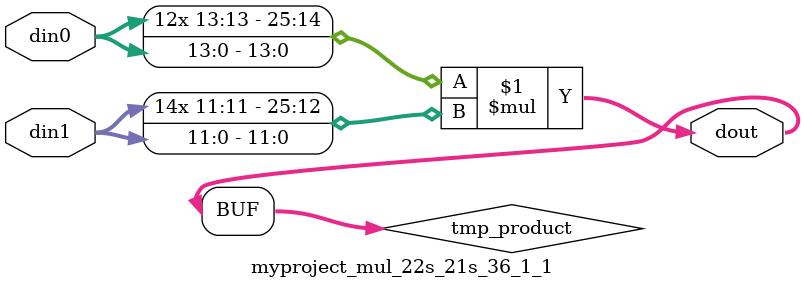
<source format=v>

`timescale 1 ns / 1 ps

  module myproject_mul_22s_21s_36_1_1(din0, din1, dout);
parameter ID = 1;
parameter NUM_STAGE = 0;
parameter din0_WIDTH = 14;
parameter din1_WIDTH = 12;
parameter dout_WIDTH = 26;

input [din0_WIDTH - 1 : 0] din0; 
input [din1_WIDTH - 1 : 0] din1; 
output [dout_WIDTH - 1 : 0] dout;

wire signed [dout_WIDTH - 1 : 0] tmp_product;













assign tmp_product = $signed(din0) * $signed(din1);








assign dout = tmp_product;







endmodule

</source>
